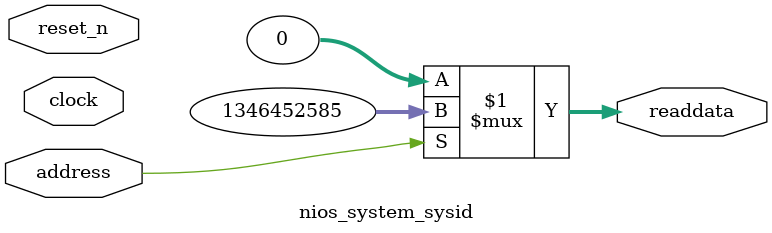
<source format=v>

`timescale 1ns / 1ps
// synthesis translate_on

// turn off superfluous verilog processor warnings 
// altera message_level Level1 
// altera message_off 10034 10035 10036 10037 10230 10240 10030 

module nios_system_sysid (
               // inputs:
                address,
                clock,
                reset_n,

               // outputs:
                readdata
             )
;

  output  [ 31: 0] readdata;
  input            address;
  input            clock;
  input            reset_n;

  wire    [ 31: 0] readdata;
  //control_slave, which is an e_avalon_slave
  assign readdata = address ? 1346452585 : 0;

endmodule




</source>
